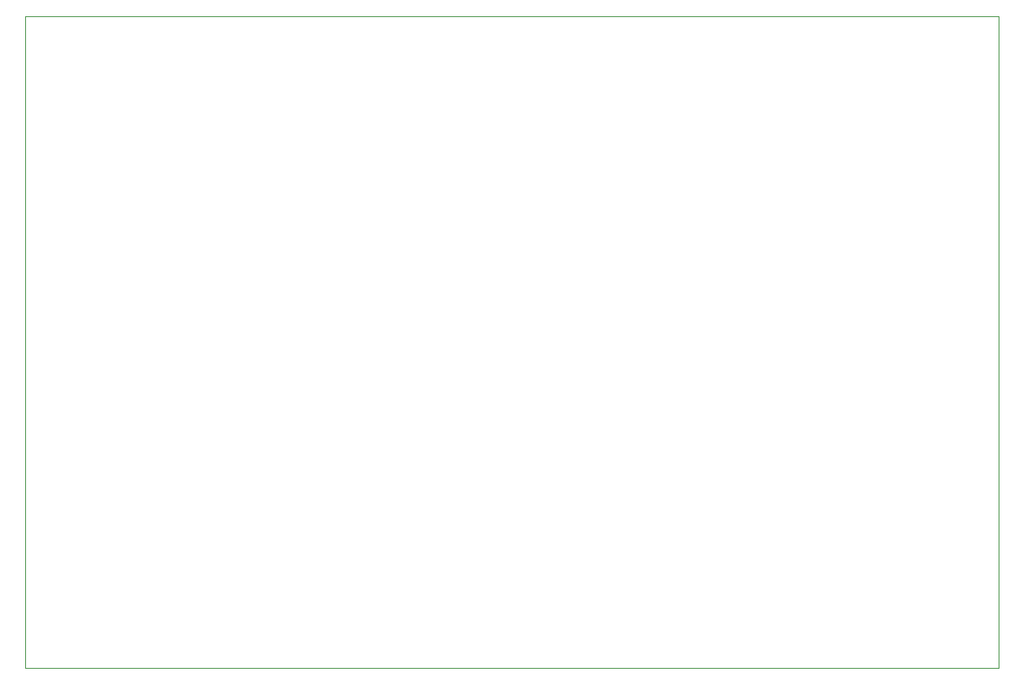
<source format=gbr>
%TF.GenerationSoftware,KiCad,Pcbnew,7.0.7*%
%TF.CreationDate,2023-11-29T00:51:10-05:00*%
%TF.ProjectId,master-board,6d617374-6572-42d6-926f-6172642e6b69,rev?*%
%TF.SameCoordinates,Original*%
%TF.FileFunction,Profile,NP*%
%FSLAX46Y46*%
G04 Gerber Fmt 4.6, Leading zero omitted, Abs format (unit mm)*
G04 Created by KiCad (PCBNEW 7.0.7) date 2023-11-29 00:51:10*
%MOMM*%
%LPD*%
G01*
G04 APERTURE LIST*
%TA.AperFunction,Profile*%
%ADD10C,0.100000*%
%TD*%
G04 APERTURE END LIST*
D10*
X88600000Y-59950000D02*
X190050000Y-59950000D01*
X190050000Y-127850000D01*
X88600000Y-127850000D01*
X88600000Y-59950000D01*
M02*

</source>
